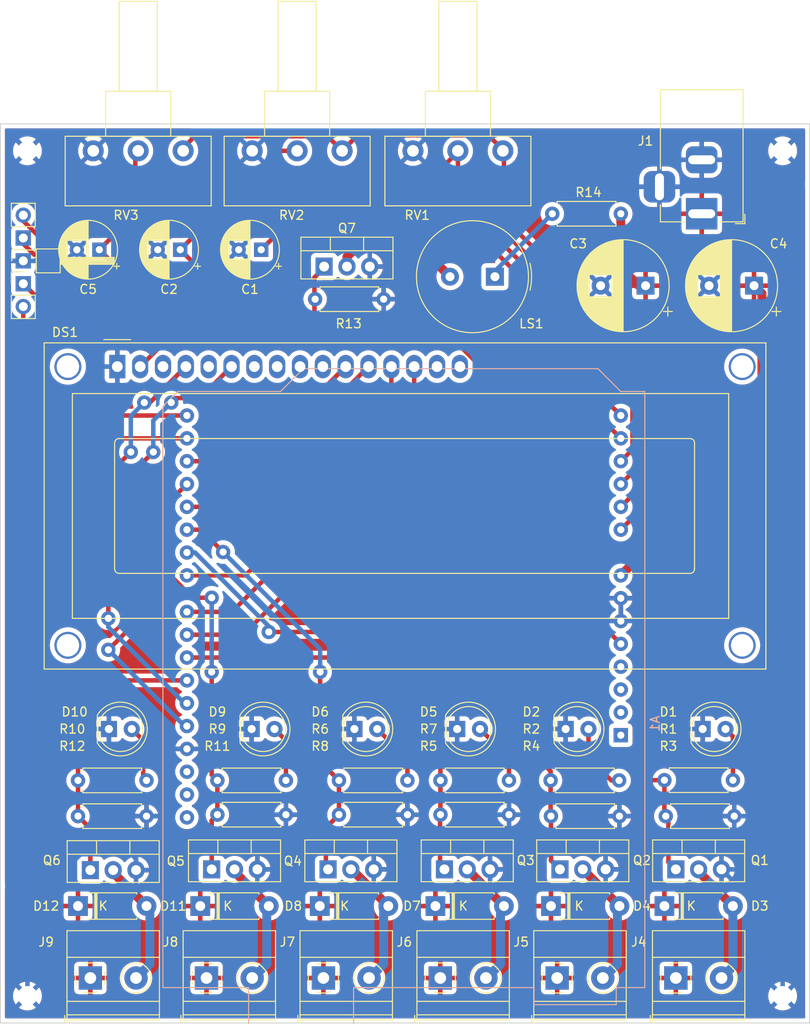
<source format=kicad_pcb>
(kicad_pcb (version 20200119) (host pcbnew "5.99.0-unknown-c7daca1~100~ubuntu18.04.1")
  (layers (0 "F.Cu" signal) (31 "B.Cu" signal hide) (34 "B.Paste" user) (35 "F.Paste" user) (36 "B.SilkS" user) (37 "F.SilkS" user) (38 "B.Mask" user) (39 "F.Mask" user) (44 "Edge.Cuts" user))
  (net 0 "")
  (net 1 "/UART_TX")
  (net 2 "/UART_RX")
  (net 3 "Net-(A1-Pad30)")
  (net 4 "Net-(A1-Pad14)")
  (net 5 "GND")
  (net 6 "Net-(A1-Pad13)")
  (net 7 "/INS_CLOSE")
  (net 8 "/LCD_RS")
  (net 9 "/POT_2")
  (net 10 "/POT_1")
  (net 11 "/POT_0")
  (net 12 "/INS_OPEN")
  (net 13 "+12V")
  (net 14 "/EXP_CLOSE")
  (net 15 "/BUZZER")
  (net 16 "/EXP_OPEN")
  (net 17 "+5V")
  (net 18 "+3V3")
  (net 19 "Net-(A1-Pad3)")
  (net 20 "Net-(A1-Pad2)")
  (net 21 "Net-(A1-Pad1)")
  (net 22 "Net-(A1-Pad31)")
  (net 23 "Net-(A1-Pad32)")
  (net 24 "Net-(D1-Pad2)")
  (net 25 "Net-(D2-Pad2)")
  (net 26 "Net-(D5-Pad2)")
  (net 27 "Net-(D6-Pad2)")
  (net 28 "Net-(D9-Pad2)")
  (net 29 "Net-(D10-Pad2)")
  (net 30 "Net-(DS1-Pad16)")
  (net 31 "Net-(DS1-Pad15)")
  (net 32 "Net-(DS1-Pad10)")
  (net 33 "Net-(DS1-Pad9)")
  (net 34 "Net-(DS1-Pad8)")
  (net 35 "Net-(DS1-Pad7)")
  (net 36 "Net-(DS1-Pad5)")
  (net 37 "Net-(DS1-Pad3)")
  (net 38 "Net-(LS1-Pad1)")
  (net 39 "/LCD_EN")
  (net 40 "/FILL_OPEN")
  (net 41 "/LCD_DIO7")
  (net 42 "/LCD_DIO6")
  (net 43 "/LCD_DIO5")
  (net 44 "/FILL_CLOSE")
  (net 45 "/LCD_DIO4")
  (net 46 "/Q1_D")
  (net 47 "/Q2_D")
  (net 48 "/Q3_D")
  (net 49 "/Q4_D")
  (net 50 "/Q5_D")
  (net 51 "/Q6_D")
  (net 52 "/Q7_D")
  (module "Connector_PinHeader_2.54mm:PinHeader_1x01_P2.54mm_Horizontal" (layer "F.Cu") (at 2.54 15.24)
    (fp_text reference "TP1" hide)
    (fp_text value "TestPoint")
    (pad "1" thru_hole rect (at 0 0) (size 1.7 1.7) (drill 1) (layers *.Cu *.Mask) (net 5 "GND"))
  )
  (module "MountingHole:MountingHole_2.2mm_M2" (layer "F.Cu") (at 87 97)
    (fp_text reference "H4" hide)
    (fp_text value "MountingHole_Pad")
    (pad "1" np_thru_hole circle (at 0 0) (size 2.2 2.2) (drill 2.2) (layers *.Cu *.Mask) (net 5 "GND"))
  )
  (module "MountingHole:MountingHole_2.2mm_M2" (layer "F.Cu") (at 3 97)
    (fp_text reference "H3" hide)
    (fp_text value "MountingHole_Pad")
    (pad "1" np_thru_hole circle (at 0 0) (size 2.2 2.2) (drill 2.2) (layers *.Cu *.Mask) (net 5 "GND"))
  )
  (module "MountingHole:MountingHole_2.2mm_M2" (layer "F.Cu") (at 87 3)
    (fp_text reference "H2" hide)
    (fp_text value "MountingHole_Pad")
    (pad "1" np_thru_hole circle (at 0 0) (size 2.2 2.2) (drill 2.2) (layers *.Cu *.Mask) (net 5 "GND"))
  )
  (module "MountingHole:MountingHole_2.2mm_M2" (layer "F.Cu") (at 3 3)
    (fp_text reference "H1" hide)
    (fp_text value "MountingHole_Pad")
    (pad "1" np_thru_hole circle (at 0 0) (size 2.2 2.2) (drill 2.2) (layers *.Cu *.Mask) (net 5 "GND"))
  )
  (module "TerminalBlock_Phoenix:TerminalBlock_Phoenix_MKDS-1,5-2-5.08_1x02_P5.08mm_Horizontal" (layer "F.Cu") (at 10 95)
    (fp_text reference "J9" (at -4.92 -4) (layer "F.SilkS"))
    (fp_text value "Conn_01x02")
    (pad "2" thru_hole circle (at 5.08 0) (size 2.6 2.6) (drill 1.3) (layers *.Cu *.Mask) (net 51 "/Q6_D"))
    (pad "1" thru_hole rect (at 0 0) (size 2.6 2.6) (drill 1.3) (layers *.Cu *.Mask) (net 13 "+12V"))
  )
  (module "TerminalBlock_Phoenix:TerminalBlock_Phoenix_MKDS-1,5-2-5.08_1x02_P5.08mm_Horizontal" (layer "F.Cu") (at 22.92 95)
    (fp_text reference "J8" (at -4 -4) (layer "F.SilkS"))
    (fp_text value "Conn_01x02")
    (pad "2" thru_hole circle (at 5.08 0) (size 2.6 2.6) (drill 1.3) (layers *.Cu *.Mask) (net 50 "/Q5_D"))
    (pad "1" thru_hole rect (at 0 0) (size 2.6 2.6) (drill 1.3) (layers *.Cu *.Mask) (net 13 "+12V"))
  )
  (module "TerminalBlock_Phoenix:TerminalBlock_Phoenix_MKDS-1,5-2-5.08_1x02_P5.08mm_Horizontal" (layer "F.Cu") (at 35.92 95)
    (fp_text reference "J7" (at -4 -4) (layer "F.SilkS"))
    (fp_text value "Conn_01x02")
    (pad "2" thru_hole circle (at 5.08 0) (size 2.6 2.6) (drill 1.3) (layers *.Cu *.Mask) (net 49 "/Q4_D"))
    (pad "1" thru_hole rect (at 0 0) (size 2.6 2.6) (drill 1.3) (layers *.Cu *.Mask) (net 13 "+12V"))
  )
  (module "TerminalBlock_Phoenix:TerminalBlock_Phoenix_MKDS-1,5-2-5.08_1x02_P5.08mm_Horizontal" (layer "F.Cu") (at 48.92 95)
    (fp_text reference "J6" (at -4 -4) (layer "F.SilkS"))
    (fp_text value "Conn_01x02")
    (pad "2" thru_hole circle (at 5.08 0) (size 2.6 2.6) (drill 1.3) (layers *.Cu *.Mask) (net 48 "/Q3_D"))
    (pad "1" thru_hole rect (at 0 0) (size 2.6 2.6) (drill 1.3) (layers *.Cu *.Mask) (net 13 "+12V"))
  )
  (module "TerminalBlock_Phoenix:TerminalBlock_Phoenix_MKDS-1,5-2-5.08_1x02_P5.08mm_Horizontal" (layer "F.Cu") (at 61.92 95)
    (fp_text reference "J5" (at -4 -4) (layer "F.SilkS"))
    (fp_text value "Conn_01x02")
    (pad "2" thru_hole circle (at 5.08 0) (size 2.6 2.6) (drill 1.3) (layers *.Cu *.Mask) (net 47 "/Q2_D"))
    (pad "1" thru_hole rect (at 0 0) (size 2.6 2.6) (drill 1.3) (layers *.Cu *.Mask) (net 13 "+12V"))
  )
  (module "TerminalBlock_Phoenix:TerminalBlock_Phoenix_MKDS-1,5-2-5.08_1x02_P5.08mm_Horizontal" (layer "F.Cu") (at 75.12 95)
    (fp_text reference "J4" (at -4.12 -4) (layer "F.SilkS"))
    (fp_text value "Conn_01x02")
    (pad "2" thru_hole circle (at 5.08 0) (size 2.6 2.6) (drill 1.3) (layers *.Cu *.Mask) (net 46 "/Q1_D"))
    (pad "1" thru_hole rect (at 0 0) (size 2.6 2.6) (drill 1.3) (layers *.Cu *.Mask) (net 13 "+12V"))
  )
  (module "Capacitor_THT:CP_Radial_D6.3mm_P2.50mm" (layer "F.Cu") (at 11 14 180)
    (fp_text reference "C5" (at 1.25 -4.4) (layer "F.SilkS"))
    (fp_text value "DNP")
    (pad "2" thru_hole circle (at 2.5 0 180) (size 1.6 1.6) (drill 0.8) (layers *.Cu *.Mask) (net 5 "GND"))
    (pad "1" thru_hole rect (at 0 0 180) (size 1.6 1.6) (drill 0.8) (layers *.Cu *.Mask) (net 9 "/POT_2"))
  )
  (module "Capacitor_THT:CP_Radial_D6.3mm_P2.50mm" (layer "F.Cu") (at 20 14 180)
    (fp_text reference "C2" (at 1.25 -4.4) (layer "F.SilkS"))
    (fp_text value "DNP")
    (pad "2" thru_hole circle (at 2.5 0 180) (size 1.6 1.6) (drill 0.8) (layers *.Cu *.Mask) (net 5 "GND"))
    (pad "1" thru_hole rect (at 0 0 180) (size 1.6 1.6) (drill 0.8) (layers *.Cu *.Mask) (net 10 "/POT_1"))
  )
  (module "Capacitor_THT:CP_Radial_D6.3mm_P2.50mm" (layer "F.Cu") (at 29 14 180)
    (fp_text reference "C1" (at 1.25 -4.4) (layer "F.SilkS"))
    (fp_text value "DNP")
    (pad "2" thru_hole circle (at 2.5 0 180) (size 1.6 1.6) (drill 0.8) (layers *.Cu *.Mask) (net 5 "GND"))
    (pad "1" thru_hole rect (at 0 0 180) (size 1.6 1.6) (drill 0.8) (layers *.Cu *.Mask) (net 11 "/POT_0"))
  )
  (module "Connector_PinHeader_2.54mm:PinHeader_1x02_P2.54mm_Vertical" (layer "F.Cu") (at 2.54 12.7 180)
    (fp_text reference "J3" hide)
    (fp_text value "Conn_01x02")
    (pad "2" thru_hole oval (at 0 2.54 180) (size 1.7 1.7) (drill 1) (layers *.Cu *.Mask) (net 4 "Net-(A1-Pad14)"))
    (pad "1" thru_hole rect (at 0 0 180) (size 1.7 1.7) (drill 1) (layers *.Cu *.Mask) (net 6 "Net-(A1-Pad13)"))
  )
  (module "Connector_PinHeader_2.54mm:PinHeader_1x02_P2.54mm_Vertical" (layer "F.Cu") (at 2.54 17.78)
    (fp_text reference "J2" hide)
    (fp_text value "Conn_01x02")
    (pad "2" thru_hole oval (at 0 2.54) (size 1.7 1.7) (drill 1) (layers *.Cu *.Mask) (net 1 "/UART_TX"))
    (pad "1" thru_hole rect (at 0 0) (size 1.7 1.7) (drill 1) (layers *.Cu *.Mask) (net 2 "/UART_RX"))
  )
  (module "Connector_BarrelJack:BarrelJack_Horizontal" (layer "F.Cu") (at 78 10 -90)
    (fp_text reference "J1" (at -8.095 6.245 180) (layer "F.SilkS"))
    (fp_text value "PJ-202A")
    (pad "3" thru_hole roundrect (at -3 4.7 270) (size 3.5 3.5) (drill oval 3 1) (layers *.Cu *.Mask) (net 5 "GND"))
    (pad "2" thru_hole roundrect (at -6 0 270) (size 3 3.5) (drill oval 1 3) (layers *.Cu *.Mask) (net 5 "GND"))
    (pad "1" thru_hole rect (at 0 0 270) (size 3.5 3.5) (drill oval 1 3) (layers *.Cu *.Mask) (net 13 "+12V"))
  )
  (module "Resistor_THT:R_Axial_DIN0207_L6.3mm_D2.5mm_P7.62mm_Horizontal" (layer "F.Cu") (at 8.625 77)
    (fp_text reference "R12" (at -0.635 -7.785) (layer "F.SilkS"))
    (fp_text value "10K")
    (pad "2" thru_hole oval (at 7.62 0) (size 1.6 1.6) (drill 0.8) (layers *.Cu *.Mask) (net 5 "GND"))
    (pad "1" thru_hole circle (at 0 0) (size 1.6 1.6) (drill 0.8) (layers *.Cu *.Mask) (net 40 "/FILL_OPEN"))
  )
  (module "Resistor_THT:R_Axial_DIN0207_L6.3mm_D2.5mm_P7.62mm_Horizontal" (layer "F.Cu") (at 16.245 73.025 180)
    (fp_text reference "R10" (at 8.255 5.715) (layer "F.SilkS"))
    (fp_text value "1K")
    (pad "2" thru_hole oval (at 7.62 0 180) (size 1.6 1.6) (drill 0.8) (layers *.Cu *.Mask) (net 40 "/FILL_OPEN"))
    (pad "1" thru_hole circle (at 0 0 180) (size 1.6 1.6) (drill 0.8) (layers *.Cu *.Mask) (net 29 "Net-(D10-Pad2)"))
  )
  (module "Package_TO_SOT_THT:TO-220-3_Vertical" (layer "F.Cu") (at 10 83)
    (fp_text reference "Q6" (at -4.285 -1.085) (layer "F.SilkS"))
    (fp_text value "IRLIZ44NPBF")
    (pad "3" thru_hole oval (at 5.08 0) (size 1.905 2) (drill 1.1) (layers *.Cu *.Mask) (net 5 "GND"))
    (pad "2" thru_hole oval (at 2.54 0) (size 1.905 2) (drill 1.1) (layers *.Cu *.Mask) (net 51 "/Q6_D"))
    (pad "1" thru_hole rect (at 0 0) (size 1.905 2) (drill 1.1) (layers *.Cu *.Mask) (net 40 "/FILL_OPEN"))
  )
  (module "Diode_THT:D_DO-41_SOD81_P7.62mm_Horizontal" (layer "F.Cu") (at 8.625 86.995)
    (fp_text reference "D12" (at -3.545 0) (layer "F.SilkS"))
    (fp_text value "1N4004")
    (fp_text user "K" (at 2.8 -0.005) (layer "F.SilkS"))
    (pad "2" thru_hole oval (at 7.62 0) (size 2.2 2.2) (drill 1.1) (layers *.Cu *.Mask) (net 51 "/Q6_D"))
    (pad "1" thru_hole rect (at 0 0) (size 2.2 2.2) (drill 1.1) (layers *.Cu *.Mask) (net 13 "+12V"))
  )
  (module "LED_THT:LED_D5.0mm" (layer "F.Cu") (at 12.065 67.31)
    (fp_text reference "D10" (at -3.81 -1.905) (layer "F.SilkS"))
    (fp_text value "LED")
    (pad "2" thru_hole circle (at 2.54 0) (size 1.8 1.8) (drill 0.9) (layers *.Cu *.Mask) (net 29 "Net-(D10-Pad2)"))
    (pad "1" thru_hole rect (at 0 0) (size 1.8 1.8) (drill 0.9) (layers *.Cu *.Mask) (net 5 "GND"))
  )
  (module "Capacitor_THT:CP_Radial_D10.0mm_P5.00mm" (layer "F.Cu") (at 83.82 18 180)
    (fp_text reference "C4" (at -2.725 4.665) (layer "F.SilkS"))
    (fp_text value "680uF 25V")
    (pad "2" thru_hole circle (at 5 0 180) (size 2 2) (drill 1) (layers *.Cu *.Mask) (net 5 "GND"))
    (pad "1" thru_hole rect (at 0 0 180) (size 2 2) (drill 1) (layers *.Cu *.Mask) (net 13 "+12V"))
  )
  (module "Capacitor_THT:CP_Radial_D10.0mm_P5.00mm" (layer "F.Cu") (at 71.755 18 180)
    (fp_text reference "C3" (at 7.5 4.665) (layer "F.SilkS"))
    (fp_text value "680uF 25V")
    (pad "2" thru_hole circle (at 5 0 180) (size 2 2) (drill 1) (layers *.Cu *.Mask) (net 5 "GND"))
    (pad "1" thru_hole rect (at 0 0 180) (size 2 2) (drill 1) (layers *.Cu *.Mask) (net 13 "+12V"))
  )
  (module "Potentiometer_THT:Potentiometer_Piher_T-16H_Single_Horizontal" (layer "F.Cu") (at 20.32 3 90)
    (fp_text reference "RV3" (at -7.16 -6.35 180) (layer "F.SilkS"))
    (fp_text value "3RP_1610N")
    (pad "1" thru_hole circle (at 0 0 90) (size 2.34 2.34) (drill 1.3) (layers *.Cu *.Mask) (net 17 "+5V"))
    (pad "2" thru_hole circle (at 0 -5 90) (size 2.34 2.34) (drill 1.3) (layers *.Cu *.Mask) (net 9 "/POT_2"))
    (pad "3" thru_hole circle (at 0 -10 90) (size 2.34 2.34) (drill 1.3) (layers *.Cu *.Mask) (net 5 "GND"))
  )
  (module "Potentiometer_THT:Potentiometer_Piher_T-16H_Single_Horizontal" (layer "F.Cu") (at 38 3 90)
    (fp_text reference "RV2" (at -7.16 -5.615 180) (layer "F.SilkS"))
    (fp_text value "3RP_1610N")
    (pad "1" thru_hole circle (at 0 0 90) (size 2.34 2.34) (drill 1.3) (layers *.Cu *.Mask) (net 17 "+5V"))
    (pad "2" thru_hole circle (at 0 -5 90) (size 2.34 2.34) (drill 1.3) (layers *.Cu *.Mask) (net 10 "/POT_1"))
    (pad "3" thru_hole circle (at 0 -10 90) (size 2.34 2.34) (drill 1.3) (layers *.Cu *.Mask) (net 5 "GND"))
  )
  (module "Potentiometer_THT:Potentiometer_Piher_T-16H_Single_Horizontal" (layer "F.Cu") (at 55.88 3 90)
    (fp_text reference "RV1" (at -7.16 -9.525 180) (layer "F.SilkS"))
    (fp_text value "3RP_1610N")
    (pad "1" thru_hole circle (at 0 0 90) (size 2.34 2.34) (drill 1.3) (layers *.Cu *.Mask) (net 17 "+5V"))
    (pad "2" thru_hole circle (at 0 -5 90) (size 2.34 2.34) (drill 1.3) (layers *.Cu *.Mask) (net 11 "/POT_0"))
    (pad "3" thru_hole circle (at 0 -10 90) (size 2.34 2.34) (drill 1.3) (layers *.Cu *.Mask) (net 5 "GND"))
  )
  (module "Resistor_THT:R_Axial_DIN0207_L6.3mm_D2.5mm_P7.62mm_Horizontal" (layer "F.Cu") (at 69 10 180)
    (fp_text reference "R14" (at 3.595 2.38) (layer "F.SilkS"))
    (fp_text value "0")
    (pad "2" thru_hole oval (at 7.62 0 180) (size 1.6 1.6) (drill 0.8) (layers *.Cu *.Mask) (net 38 "Net-(LS1-Pad1)"))
    (pad "1" thru_hole circle (at 0 0 180) (size 1.6 1.6) (drill 0.8) (layers *.Cu *.Mask) (net 13 "+12V"))
  )
  (module "Resistor_THT:R_Axial_DIN0207_L6.3mm_D2.5mm_P7.62mm_Horizontal" (layer "F.Cu") (at 35 19.5)
    (fp_text reference "R13" (at 3.735 2.725) (layer "F.SilkS"))
    (fp_text value "10K")
    (pad "2" thru_hole oval (at 7.62 0) (size 1.6 1.6) (drill 0.8) (layers *.Cu *.Mask) (net 5 "GND"))
    (pad "1" thru_hole circle (at 0 0) (size 1.6 1.6) (drill 0.8) (layers *.Cu *.Mask) (net 15 "/BUZZER"))
  )
  (module "Resistor_THT:R_Axial_DIN0207_L6.3mm_D2.5mm_P7.62mm_Horizontal" (layer "F.Cu") (at 24.13 76.835)
    (fp_text reference "R11" (at 0 -7.62) (layer "F.SilkS"))
    (fp_text value "10K")
    (pad "2" thru_hole oval (at 7.62 0) (size 1.6 1.6) (drill 0.8) (layers *.Cu *.Mask) (net 5 "GND"))
    (pad "1" thru_hole circle (at 0 0) (size 1.6 1.6) (drill 0.8) (layers *.Cu *.Mask) (net 44 "/FILL_CLOSE"))
  )
  (module "Resistor_THT:R_Axial_DIN0207_L6.3mm_D2.5mm_P7.62mm_Horizontal" (layer "F.Cu") (at 31.75 73.025 180)
    (fp_text reference "R9" (at 7.62 5.715) (layer "F.SilkS"))
    (fp_text value "1K")
    (pad "2" thru_hole oval (at 7.62 0 180) (size 1.6 1.6) (drill 0.8) (layers *.Cu *.Mask) (net 44 "/FILL_CLOSE"))
    (pad "1" thru_hole circle (at 0 0 180) (size 1.6 1.6) (drill 0.8) (layers *.Cu *.Mask) (net 28 "Net-(D9-Pad2)"))
  )
  (module "Resistor_THT:R_Axial_DIN0207_L6.3mm_D2.5mm_P7.62mm_Horizontal" (layer "F.Cu") (at 37.65 76.835)
    (fp_text reference "R8" (at -2.09 -7.62) (layer "F.SilkS"))
    (fp_text value "10K")
    (pad "2" thru_hole oval (at 7.62 0) (size 1.6 1.6) (drill 0.8) (layers *.Cu *.Mask) (net 5 "GND"))
    (pad "1" thru_hole circle (at 0 0) (size 1.6 1.6) (drill 0.8) (layers *.Cu *.Mask) (net 7 "/INS_CLOSE"))
  )
  (module "Resistor_THT:R_Axial_DIN0207_L6.3mm_D2.5mm_P7.62mm_Horizontal" (layer "F.Cu") (at 48.94 76.835)
    (fp_text reference "R7" (at -1.315 -9.525) (layer "F.SilkS"))
    (fp_text value "10K")
    (pad "2" thru_hole oval (at 7.62 0) (size 1.6 1.6) (drill 0.8) (layers *.Cu *.Mask) (net 5 "GND"))
    (pad "1" thru_hole circle (at 0 0) (size 1.6 1.6) (drill 0.8) (layers *.Cu *.Mask) (net 12 "/INS_OPEN"))
  )
  (module "Resistor_THT:R_Axial_DIN0207_L6.3mm_D2.5mm_P7.62mm_Horizontal" (layer "F.Cu") (at 45.27 73.025 180)
    (fp_text reference "R6" (at 9.71 5.715462) (layer "F.SilkS"))
    (fp_text value "1K")
    (pad "2" thru_hole oval (at 7.62 0 180) (size 1.6 1.6) (drill 0.8) (layers *.Cu *.Mask) (net 7 "/INS_CLOSE"))
    (pad "1" thru_hole circle (at 0 0 180) (size 1.6 1.6) (drill 0.8) (layers *.Cu *.Mask) (net 27 "Net-(D6-Pad2)"))
  )
  (module "Resistor_THT:R_Axial_DIN0207_L6.3mm_D2.5mm_P7.62mm_Horizontal" (layer "F.Cu") (at 56.56 73.025 180)
    (fp_text reference "R5" (at 8.935 3.81) (layer "F.SilkS"))
    (fp_text value "1K")
    (pad "2" thru_hole oval (at 7.62 0 180) (size 1.6 1.6) (drill 0.8) (layers *.Cu *.Mask) (net 12 "/INS_OPEN"))
    (pad "1" thru_hole circle (at 0 0 180) (size 1.6 1.6) (drill 0.8) (layers *.Cu *.Mask) (net 26 "Net-(D5-Pad2)"))
  )
  (module "Resistor_THT:R_Axial_DIN0207_L6.3mm_D2.5mm_P7.62mm_Horizontal" (layer "F.Cu") (at 61.23 77)
    (fp_text reference "R4" (at -2.175 -7.785) (layer "F.SilkS"))
    (fp_text value "10K")
    (pad "2" thru_hole oval (at 7.62 0) (size 1.6 1.6) (drill 0.8) (layers *.Cu *.Mask) (net 5 "GND"))
    (pad "1" thru_hole circle (at 0 0) (size 1.6 1.6) (drill 0.8) (layers *.Cu *.Mask) (net 14 "/EXP_CLOSE"))
  )
  (module "Resistor_THT:R_Axial_DIN0207_L6.3mm_D2.5mm_P7.62mm_Horizontal" (layer "F.Cu") (at 74 77)
    (fp_text reference "R3" (at 0.295 -7.785) (layer "F.SilkS"))
    (fp_text value "10K")
    (pad "2" thru_hole oval (at 7.62 0) (size 1.6 1.6) (drill 0.8) (layers *.Cu *.Mask) (net 5 "GND"))
    (pad "1" thru_hole circle (at 0 0) (size 1.6 1.6) (drill 0.8) (layers *.Cu *.Mask) (net 16 "/EXP_OPEN"))
  )
  (module "Resistor_THT:R_Axial_DIN0207_L6.3mm_D2.5mm_P7.62mm_Horizontal" (layer "F.Cu") (at 68.81 73.025 180)
    (fp_text reference "R2" (at 9.755 5.715) (layer "F.SilkS"))
    (fp_text value "1K")
    (pad "2" thru_hole oval (at 7.62 0 180) (size 1.6 1.6) (drill 0.8) (layers *.Cu *.Mask) (net 14 "/EXP_CLOSE"))
    (pad "1" thru_hole circle (at 0 0 180) (size 1.6 1.6) (drill 0.8) (layers *.Cu *.Mask) (net 25 "Net-(D2-Pad2)"))
  )
  (module "Resistor_THT:R_Axial_DIN0207_L6.3mm_D2.5mm_P7.62mm_Horizontal" (layer "F.Cu") (at 81.47 73 180)
    (fp_text reference "R1" (at 7.175 5.69) (layer "F.SilkS"))
    (fp_text value "1K")
    (pad "2" thru_hole oval (at 7.62 0 180) (size 1.6 1.6) (drill 0.8) (layers *.Cu *.Mask) (net 16 "/EXP_OPEN"))
    (pad "1" thru_hole circle (at 0 0 180) (size 1.6 1.6) (drill 0.8) (layers *.Cu *.Mask) (net 24 "Net-(D1-Pad2)"))
  )
  (module "Package_TO_SOT_THT:TO-220-3_Vertical" (layer "F.Cu") (at 36 15.875)
    (fp_text reference "Q7" (at 2.54 -4.27) (layer "F.SilkS"))
    (fp_text value "IRLIZ44NPBF")
    (pad "3" thru_hole oval (at 5.08 0) (size 1.905 2) (drill 1.1) (layers *.Cu *.Mask) (net 5 "GND"))
    (pad "2" thru_hole oval (at 2.54 0) (size 1.905 2) (drill 1.1) (layers *.Cu *.Mask) (net 52 "/Q7_D"))
    (pad "1" thru_hole rect (at 0 0) (size 1.905 2) (drill 1.1) (layers *.Cu *.Mask) (net 15 "/BUZZER"))
  )
  (module "Package_TO_SOT_THT:TO-220-3_Vertical" (layer "F.Cu") (at 23.495 82.92)
    (fp_text reference "Q5" (at -4 -0.92) (layer "F.SilkS"))
    (fp_text value "IRLIZ44NPBF")
    (pad "3" thru_hole oval (at 5.08 0) (size 1.905 2) (drill 1.1) (layers *.Cu *.Mask) (net 5 "GND"))
    (pad "2" thru_hole oval (at 2.54 0) (size 1.905 2) (drill 1.1) (layers *.Cu *.Mask) (net 50 "/Q5_D"))
    (pad "1" thru_hole rect (at 0 0) (size 1.905 2) (drill 1.1) (layers *.Cu *.Mask) (net 44 "/FILL_CLOSE"))
  )
  (module "Package_TO_SOT_THT:TO-220-3_Vertical" (layer "F.Cu") (at 36.44 82.92)
    (fp_text reference "Q4" (at -3.92 -0.92) (layer "F.SilkS"))
    (fp_text value "IRLIZ44NPBF")
    (pad "3" thru_hole oval (at 5.08 0) (size 1.905 2) (drill 1.1) (layers *.Cu *.Mask) (net 5 "GND"))
    (pad "2" thru_hole oval (at 2.54 0) (size 1.905 2) (drill 1.1) (layers *.Cu *.Mask) (net 49 "/Q4_D"))
    (pad "1" thru_hole rect (at 0 0) (size 1.905 2) (drill 1.1) (layers *.Cu *.Mask) (net 7 "/INS_CLOSE"))
  )
  (module "Package_TO_SOT_THT:TO-220-3_Vertical" (layer "F.Cu") (at 49.38 82.92)
    (fp_text reference "Q3" (at 9.04 -1.005) (layer "F.SilkS"))
    (fp_text value "IRLIZ44NPBF")
    (pad "3" thru_hole oval (at 5.08 0) (size 1.905 2) (drill 1.1) (layers *.Cu *.Mask) (net 5 "GND"))
    (pad "2" thru_hole oval (at 2.54 0) (size 1.905 2) (drill 1.1) (layers *.Cu *.Mask) (net 48 "/Q3_D"))
    (pad "1" thru_hole rect (at 0 0) (size 1.905 2) (drill 1.1) (layers *.Cu *.Mask) (net 12 "/INS_OPEN"))
  )
  (module "Package_TO_SOT_THT:TO-220-3_Vertical" (layer "F.Cu") (at 62.23 82.92)
    (fp_text reference "Q2" (at 9.12 -1.005) (layer "F.SilkS"))
    (fp_text value "IRLIZ44NPBF")
    (pad "3" thru_hole oval (at 5.08 0) (size 1.905 2) (drill 1.1) (layers *.Cu *.Mask) (net 5 "GND"))
    (pad "2" thru_hole oval (at 2.54 0) (size 1.905 2) (drill 1.1) (layers *.Cu *.Mask) (net 47 "/Q2_D"))
    (pad "1" thru_hole rect (at 0 0) (size 1.905 2) (drill 1.1) (layers *.Cu *.Mask) (net 14 "/EXP_CLOSE"))
  )
  (module "Package_TO_SOT_THT:TO-220-3_Vertical" (layer "F.Cu") (at 75.12 82.92)
    (fp_text reference "Q1" (at 9.335 -1.005) (layer "F.SilkS"))
    (fp_text value "IRLIZ44NPBF")
    (pad "3" thru_hole oval (at 5.08 0) (size 1.905 2) (drill 1.1) (layers *.Cu *.Mask) (net 5 "GND"))
    (pad "2" thru_hole oval (at 2.54 0) (size 1.905 2) (drill 1.1) (layers *.Cu *.Mask) (net 46 "/Q1_D"))
    (pad "1" thru_hole rect (at 0 0) (size 1.905 2) (drill 1.1) (layers *.Cu *.Mask) (net 16 "/EXP_OPEN"))
  )
  (module "Buzzer_Beeper:Buzzer_TDK_PS1240P02BT_D12.2mm_H6.5mm" (layer "F.Cu") (at 55 17 180)
    (fp_text reference "LS1" (at -4.055 -5.225) (layer "F.SilkS"))
    (fp_text value "KSS1201")
    (pad "2" thru_hole circle (at 5 0 180) (size 2 2) (drill 1) (layers *.Cu *.Mask) (net 52 "/Q7_D"))
    (pad "1" thru_hole rect (at 0 0 180) (size 2 2) (drill 1) (layers *.Cu *.Mask) (net 38 "Net-(LS1-Pad1)"))
  )
  (module "Display:WC1602A" (layer "F.Cu") (at 13 27)
    (fp_text reference "DS1" (at -5.82 -3.81) (layer "F.SilkS"))
    (fp_text value "WC1602A")
    (pad "" thru_hole circle (at 69.5 0) (size 3 3) (drill 2.5) (layers *.Cu *.Mask))
    (pad "" thru_hole circle (at 69.49948 31.0007) (size 3 3) (drill 2.5) (layers *.Cu *.Mask))
    (pad "" thru_hole circle (at -5.4991 31.0007) (size 3 3) (drill 2.5) (layers *.Cu *.Mask))
    (pad "" thru_hole circle (at -5.4991 0) (size 3 3) (drill 2.5) (layers *.Cu *.Mask))
    (pad "16" thru_hole oval (at 38.1 0) (size 1.8 2.6) (drill 1.2) (layers *.Cu *.Mask) (net 30 "Net-(DS1-Pad16)"))
    (pad "15" thru_hole oval (at 35.56 0) (size 1.8 2.6) (drill 1.2) (layers *.Cu *.Mask) (net 31 "Net-(DS1-Pad15)"))
    (pad "14" thru_hole oval (at 33.02 0) (size 1.8 2.6) (drill 1.2) (layers *.Cu *.Mask) (net 41 "/LCD_DIO7"))
    (pad "13" thru_hole oval (at 30.48 0) (size 1.8 2.6) (drill 1.2) (layers *.Cu *.Mask) (net 42 "/LCD_DIO6"))
    (pad "12" thru_hole oval (at 27.94 0) (size 1.8 2.6) (drill 1.2) (layers *.Cu *.Mask) (net 43 "/LCD_DIO5"))
    (pad "11" thru_hole oval (at 25.4 0) (size 1.8 2.6) (drill 1.2) (layers *.Cu *.Mask) (net 45 "/LCD_DIO4"))
    (pad "10" thru_hole oval (at 22.86 0) (size 1.8 2.6) (drill 1.2) (layers *.Cu *.Mask) (net 32 "Net-(DS1-Pad10)"))
    (pad "9" thru_hole oval (at 20.32 0) (size 1.8 2.6) (drill 1.2) (layers *.Cu *.Mask) (net 33 "Net-(DS1-Pad9)"))
    (pad "8" thru_hole oval (at 17.78 0) (size 1.8 2.6) (drill 1.2) (layers *.Cu *.Mask) (net 34 "Net-(DS1-Pad8)"))
    (pad "7" thru_hole oval (at 15.24 0) (size 1.8 2.6) (drill 1.2) (layers *.Cu *.Mask) (net 35 "Net-(DS1-Pad7)"))
    (pad "6" thru_hole oval (at 12.7 0) (size 1.8 2.6) (drill 1.2) (layers *.Cu *.Mask) (net 39 "/LCD_EN"))
    (pad "5" thru_hole oval (at 10.16 0) (size 1.8 2.6) (drill 1.2) (layers *.Cu *.Mask) (net 36 "Net-(DS1-Pad5)"))
    (pad "4" thru_hole oval (at 7.62 0) (size 1.8 2.6) (drill 1.2) (layers *.Cu *.Mask) (net 8 "/LCD_RS"))
    (pad "3" thru_hole oval (at 5.08 0) (size 1.8 2.6) (drill 1.2) (layers *.Cu *.Mask) (net 37 "Net-(DS1-Pad3)"))
    (pad "2" thru_hole oval (at 2.54 0) (size 1.8 2.6) (drill 1.2) (layers *.Cu *.Mask) (net 17 "+5V"))
    (pad "1" thru_hole rect (at 0 0) (size 1.8 2.6) (drill 1.2) (layers *.Cu *.Mask) (net 5 "GND"))
  )
  (module "Diode_THT:D_DO-41_SOD81_P7.62mm_Horizontal" (layer "F.Cu") (at 22.225 87)
    (fp_text reference "D11" (at -3 0) (layer "F.SilkS"))
    (fp_text value "1N4004")
    (fp_text user "K" (at 3.065 -0.005) (layer "F.SilkS"))
    (pad "2" thru_hole oval (at 7.62 0) (size 2.2 2.2) (drill 1.1) (layers *.Cu *.Mask) (net 50 "/Q5_D"))
    (pad "1" thru_hole rect (at 0 0) (size 2.2 2.2) (drill 1.1) (layers *.Cu *.Mask) (net 13 "+12V"))
  )
  (module "LED_THT:LED_D5.0mm" (layer "F.Cu") (at 27.94 67.31)
    (fp_text reference "D9" (at -3.81 -1.905) (layer "F.SilkS"))
    (fp_text value "LED")
    (pad "2" thru_hole circle (at 2.54 0) (size 1.8 1.8) (drill 0.9) (layers *.Cu *.Mask) (net 28 "Net-(D9-Pad2)"))
    (pad "1" thru_hole rect (at 0 0) (size 1.8 1.8) (drill 0.9) (layers *.Cu *.Mask) (net 5 "GND"))
  )
  (module "Diode_THT:D_DO-41_SOD81_P7.62mm_Horizontal" (layer "F.Cu") (at 35.52 87)
    (fp_text reference "D8" (at -2.95 0) (layer "F.SilkS"))
    (fp_text value "1N4004")
    (fp_text user "K" (at 2.765 -0.005) (layer "F.SilkS"))
    (pad "2" thru_hole oval (at 7.62 0) (size 2.2 2.2) (drill 1.1) (layers *.Cu *.Mask) (net 49 "/Q4_D"))
    (pad "1" thru_hole rect (at 0 0) (size 2.2 2.2) (drill 1.1) (layers *.Cu *.Mask) (net 13 "+12V"))
  )
  (module "Diode_THT:D_DO-41_SOD81_P7.62mm_Horizontal" (layer "F.Cu") (at 48.38 87)
    (fp_text reference "D7" (at -2.615 0) (layer "F.SilkS"))
    (fp_text value "1N4004")
    (fp_text user "K" (at 3.1 -0.005) (layer "F.SilkS"))
    (pad "2" thru_hole oval (at 7.62 0) (size 2.2 2.2) (drill 1.1) (layers *.Cu *.Mask) (net 48 "/Q3_D"))
    (pad "1" thru_hole rect (at 0 0) (size 2.2 2.2) (drill 1.1) (layers *.Cu *.Mask) (net 13 "+12V"))
  )
  (module "LED_THT:LED_D5.0mm" (layer "F.Cu") (at 39.37 67.31)
    (fp_text reference "D6" (at -3.81 -1.905) (layer "F.SilkS"))
    (fp_text value "LED")
    (pad "2" thru_hole circle (at 2.54 0) (size 1.8 1.8) (drill 0.9) (layers *.Cu *.Mask) (net 27 "Net-(D6-Pad2)"))
    (pad "1" thru_hole rect (at 0 0) (size 1.8 1.8) (drill 0.9) (layers *.Cu *.Mask) (net 5 "GND"))
  )
  (module "LED_THT:LED_D5.0mm" (layer "F.Cu") (at 50.8 67.31)
    (fp_text reference "D5" (at -3.175 -1.905) (layer "F.SilkS"))
    (fp_text value "LED")
    (pad "2" thru_hole circle (at 2.54 0) (size 1.8 1.8) (drill 0.9) (layers *.Cu *.Mask) (net 26 "Net-(D5-Pad2)"))
    (pad "1" thru_hole rect (at 0 0) (size 1.8 1.8) (drill 0.9) (layers *.Cu *.Mask) (net 5 "GND"))
  )
  (module "Diode_THT:D_DO-41_SOD81_P7.62mm_Horizontal" (layer "F.Cu") (at 61.23 87)
    (fp_text reference "D4" (at 10.12 -0.005) (layer "F.SilkS"))
    (fp_text value "1N4004")
    (fp_text user "K" (at 3.135 -0.005) (layer "F.SilkS"))
    (pad "2" thru_hole oval (at 7.62 0) (size 2.2 2.2) (drill 1.1) (layers *.Cu *.Mask) (net 47 "/Q2_D"))
    (pad "1" thru_hole rect (at 0 0) (size 2.2 2.2) (drill 1.1) (layers *.Cu *.Mask) (net 13 "+12V"))
  )
  (module "Diode_THT:D_DO-41_SOD81_P7.62mm_Horizontal" (layer "F.Cu") (at 73.85 87)
    (fp_text reference "D3" (at 10.605 -0.005) (layer "F.SilkS"))
    (fp_text value "1N4004")
    (fp_text user "K" (at 2.985 -0.005) (layer "F.SilkS"))
    (pad "2" thru_hole oval (at 7.62 0) (size 2.2 2.2) (drill 1.1) (layers *.Cu *.Mask) (net 46 "/Q1_D"))
    (pad "1" thru_hole rect (at 0 0) (size 2.2 2.2) (drill 1.1) (layers *.Cu *.Mask) (net 13 "+12V"))
  )
  (module "LED_THT:LED_D5.0mm" (layer "F.Cu") (at 62.865 67.31)
    (fp_text reference "D2" (at -3.81 -1.905) (layer "F.SilkS"))
    (fp_text value "LED")
    (pad "2" thru_hole circle (at 2.54 0) (size 1.8 1.8) (drill 0.9) (layers *.Cu *.Mask) (net 25 "Net-(D2-Pad2)"))
    (pad "1" thru_hole rect (at 0 0) (size 1.8 1.8) (drill 0.9) (layers *.Cu *.Mask) (net 5 "GND"))
  )
  (module "LED_THT:LED_D5.0mm" (layer "F.Cu") (at 78.105 67.31)
    (fp_text reference "D1" (at -3.81 -1.905) (layer "F.SilkS"))
    (fp_text value "LED")
    (pad "2" thru_hole circle (at 2.54 0) (size 1.8 1.8) (drill 0.9) (layers *.Cu *.Mask) (net 24 "Net-(D1-Pad2)"))
    (pad "1" thru_hole rect (at 0 0) (size 1.8 1.8) (drill 0.9) (layers *.Cu *.Mask) (net 5 "GND"))
  )
  (module "Module:Arduino_UNO_R3" (layer "B.Cu") (at 69 68 90)
    (fp_text reference "A1" (at 1.27 3.81 270) (layer "B.SilkS") (effects (justify mirror)))
    (fp_text value "Arduino_UNO_R3")
    (pad "16" thru_hole oval (at 33.02 -48.26) (size 1.6 1.6) (drill 0.8) (layers *.Cu *.Mask) (net 1 "/UART_TX"))
    (pad "15" thru_hole oval (at 35.56 -48.26) (size 1.6 1.6) (drill 0.8) (layers *.Cu *.Mask) (net 2 "/UART_RX"))
    (pad "30" thru_hole oval (at -4.06 -48.26) (size 1.6 1.6) (drill 0.8) (layers *.Cu *.Mask) (net 3 "Net-(A1-Pad30)"))
    (pad "14" thru_hole oval (at 35.56 0) (size 1.6 1.6) (drill 0.8) (layers *.Cu *.Mask) (net 4 "Net-(A1-Pad14)"))
    (pad "29" thru_hole oval (at -1.52 -48.26) (size 1.6 1.6) (drill 0.8) (layers *.Cu *.Mask) (net 5 "GND"))
    (pad "13" thru_hole oval (at 33.02 0) (size 1.6 1.6) (drill 0.8) (layers *.Cu *.Mask) (net 6 "Net-(A1-Pad13)"))
    (pad "28" thru_hole oval (at 1.02 -48.26) (size 1.6 1.6) (drill 0.8) (layers *.Cu *.Mask) (net 39 "/LCD_EN"))
    (pad "12" thru_hole oval (at 30.48 0) (size 1.6 1.6) (drill 0.8) (layers *.Cu *.Mask) (net 15 "/BUZZER"))
    (pad "27" thru_hole oval (at 3.56 -48.26) (size 1.6 1.6) (drill 0.8) (layers *.Cu *.Mask) (net 8 "/LCD_RS"))
    (pad "11" thru_hole oval (at 27.94 0) (size 1.6 1.6) (drill 0.8) (layers *.Cu *.Mask) (net 9 "/POT_2"))
    (pad "26" thru_hole oval (at 6.1 -48.26) (size 1.6 1.6) (drill 0.8) (layers *.Cu *.Mask) (net 40 "/FILL_OPEN"))
    (pad "10" thru_hole oval (at 25.4 0) (size 1.6 1.6) (drill 0.8) (layers *.Cu *.Mask) (net 10 "/POT_1"))
    (pad "25" thru_hole oval (at 8.64 -48.26) (size 1.6 1.6) (drill 0.8) (layers *.Cu *.Mask) (net 12 "/INS_OPEN"))
    (pad "9" thru_hole oval (at 22.86 0) (size 1.6 1.6) (drill 0.8) (layers *.Cu *.Mask) (net 11 "/POT_0"))
    (pad "24" thru_hole oval (at 11.18 -48.26) (size 1.6 1.6) (drill 0.8) (layers *.Cu *.Mask) (net 16 "/EXP_OPEN"))
    (pad "8" thru_hole oval (at 17.78 0) (size 1.6 1.6) (drill 0.8) (layers *.Cu *.Mask) (net 13 "+12V"))
    (pad "23" thru_hole oval (at 13.72 -48.26) (size 1.6 1.6) (drill 0.8) (layers *.Cu *.Mask) (net 41 "/LCD_DIO7"))
    (pad "7" thru_hole oval (at 15.24 0) (size 1.6 1.6) (drill 0.8) (layers *.Cu *.Mask) (net 5 "GND"))
    (pad "22" thru_hole oval (at 17.78 -48.26) (size 1.6 1.6) (drill 0.8) (layers *.Cu *.Mask) (net 42 "/LCD_DIO6"))
    (pad "6" thru_hole oval (at 12.7 0) (size 1.6 1.6) (drill 0.8) (layers *.Cu *.Mask) (net 5 "GND"))
    (pad "21" thru_hole oval (at 20.32 -48.26) (size 1.6 1.6) (drill 0.8) (layers *.Cu *.Mask) (net 14 "/EXP_CLOSE"))
    (pad "5" thru_hole oval (at 10.16 0) (size 1.6 1.6) (drill 0.8) (layers *.Cu *.Mask) (net 17 "+5V"))
    (pad "20" thru_hole oval (at 22.86 -48.26) (size 1.6 1.6) (drill 0.8) (layers *.Cu *.Mask) (net 7 "/INS_CLOSE"))
    (pad "4" thru_hole oval (at 7.62 0) (size 1.6 1.6) (drill 0.8) (layers *.Cu *.Mask) (net 18 "+3V3"))
    (pad "19" thru_hole oval (at 25.4 -48.26) (size 1.6 1.6) (drill 0.8) (layers *.Cu *.Mask) (net 43 "/LCD_DIO5"))
    (pad "3" thru_hole oval (at 5.08 0) (size 1.6 1.6) (drill 0.8) (layers *.Cu *.Mask) (net 19 "Net-(A1-Pad3)"))
    (pad "18" thru_hole oval (at 27.94 -48.26) (size 1.6 1.6) (drill 0.8) (layers *.Cu *.Mask) (net 44 "/FILL_CLOSE"))
    (pad "2" thru_hole oval (at 2.54 0) (size 1.6 1.6) (drill 0.8) (layers *.Cu *.Mask) (net 20 "Net-(A1-Pad2)"))
    (pad "17" thru_hole oval (at 30.48 -48.26) (size 1.6 1.6) (drill 0.8) (layers *.Cu *.Mask) (net 45 "/LCD_DIO4"))
    (pad "1" thru_hole rect (at 0 0) (size 1.6 1.6) (drill 0.8) (layers *.Cu *.Mask) (net 21 "Net-(A1-Pad1)"))
    (pad "31" thru_hole oval (at -6.6 -48.26) (size 1.6 1.6) (drill 0.8) (layers *.Cu *.Mask) (net 22 "Net-(A1-Pad31)"))
    (pad "32" thru_hole oval (at -9.14 -48.26) (size 1.6 1.6) (drill 0.8) (layers *.Cu *.Mask) (net 23 "Net-(A1-Pad32)"))
  )
  (gr_line (start 90 0) (end 0 0) (layer "Edge.Cuts") (width 0.1))
  (gr_line (start 90 100) (end 90 0) (layer "Edge.Cuts") (width 0.1))
  (gr_line (start 0 100) (end 90 100) (layer "Edge.Cuts") (width 0.1))
  (gr_line (start 0 0) (end 0 100) (layer "Edge.Cuts") (width 0.1))
  (segment (start 46.335 13.335) (end 40.005 13.335) (width 1) (layer "F.Cu") (net 52))
  (segment (start 40.005 13.335) (end 38.54 14.8) (width 1) (layer "F.Cu") (net 52))
  (segment (start 38.54 14.8) (end 38.54 16) (width 1) (layer "F.Cu") (net 52))
  (segment (start 50 17) (end 46.335 13.335) (width 1) (layer "F.Cu") (net 52))
  (segment (start 29.099974 19.5) (end 16.5 19.5) (width 0.5) (layer "F.Cu") (net 9))
  (segment (start 36.534974 12.065) (end 29.099974 19.5) (width 0.5) (layer "F.Cu") (net 9))
  (segment (start 71.5 37.56) (end 71.5 30.689998) (width 0.5) (layer "F.Cu") (net 9))
  (segment (start 71.5 30.689998) (end 52.875002 12.065) (width 0.5) (layer "F.Cu") (net 9))
  (segment (start 52.875002 12.065) (end 36.534974 12.065) (width 0.5) (layer "F.Cu") (net 9))
  (segment (start 69 40.06) (end 71.5 37.56) (width 0.5) (layer "F.Cu") (net 9))
  (segment (start 16.5 19.5) (end 11 14) (width 0.5) (layer "F.Cu") (net 9))
  (segment (start 35.205 10.795) (end 28.000063 17.999937) (width 0.5) (layer "F.Cu") (net 10))
  (segment (start 53.295 10.795) (end 35.205 10.795) (width 0.5) (layer "F.Cu") (net 10))
  (segment (start 72.700011 30.200011) (end 53.295 10.795) (width 0.5) (layer "F.Cu") (net 10))
  (segment (start 28.000063 17.999937) (end 23.999937 17.999937) (width 0.5) (layer "F.Cu") (net 10))
  (segment (start 69 42.6) (end 72.700011 38.899989) (width 0.5) (layer "F.Cu") (net 10))
  (segment (start 72.700011 38.899989) (end 72.700011 30.200011) (width 0.5) (layer "F.Cu") (net 10))
  (segment (start 23.999937 17.999937) (end 20 14) (width 0.5) (layer "F.Cu") (net 10))
  (segment (start 44.475 9.525) (end 33.475 9.525) (width 0.5) (layer "F.Cu") (net 11))
  (segment (start 33.475 9.525) (end 29 14) (width 0.5) (layer "F.Cu") (net 11))
  (segment (start 51 3) (end 44.475 9.525) (width 0.5) (layer "F.Cu") (net 11))
  (segment (start 67.31 65.31) (end 53.749998 51.749998) (width 0.5) (layer "F.Cu") (net 16))
  (segment (start 53.749998 51.749998) (end 32.070002 51.749998) (width 0.5) (layer "F.Cu") (net 16))
  (segment (start 67.31 69.215) (end 67.31 65.31) (width 0.5) (layer "F.Cu") (net 16))
  (segment (start 27 56.82) (end 20.74 56.82) (width 0.5) (layer "F.Cu") (net 16))
  (segment (start 73.85 73) (end 71.095 73) (width 0.5) (layer "F.Cu") (net 16))
  (segment (start 32.070002 51.749998) (end 27 56.82) (width 0.5) (layer "F.Cu") (net 16))
  (segment (start 71.095 73) (end 67.31 69.215) (width 0.5) (layer "F.Cu") (net 16))
  (segment (start 61.19 71.985) (end 45.72 56.515) (width 0.5) (layer "F.Cu") (net 14))
  (segment (start 61.19 73.025) (end 61.19 71.985) (width 0.5) (layer "F.Cu") (net 14))
  (segment (start 45.72 56.515) (end 29.845 56.515) (width 0.5) (layer "F.Cu") (net 14))
  (segment (start 84.700001 34.519999) (end 84.700001 18.880001) (width 1) (layer "F.Cu") (net 13))
  (segment (start 69 50.22) (end 84.700001 34.519999) (width 1) (layer "F.Cu") (net 13))
  (segment (start 84.700001 18.880001) (end 83.82 18) (width 1) (layer "F.Cu") (net 13))
  (segment (start 20.525 64.5) (end 12 55.975) (width 0.5) (layer "B.Cu") (net 8))
  (segment (start 21 64.5) (end 20.525 64.5) (width 0.5) (layer "B.Cu") (net 8))
  (segment (start 12 55.975) (end 12 55) (width 0.5) (layer "B.Cu") (net 8))
  (segment (start 12.395 61.9) (end 8.625 65.67) (width 0.5) (layer "F.Cu") (net 40))
  (segment (start 20.74 61.9) (end 12.395 61.9) (width 0.5) (layer "F.Cu") (net 40))
  (segment (start 8.625 65.67) (end 8.625 73.025) (width 0.5) (layer "F.Cu") (net 40))
  (segment (start 21.645 47.68) (end 29.845 55.88) (width 0.5) (layer "B.Cu") (net 14))
  (segment (start 20.74 47.68) (end 21.645 47.68) (width 0.5) (layer "B.Cu") (net 14))
  (segment (start 29.845 55.88) (end 29.845 56.515) (width 0.5) (layer "B.Cu") (net 14))
  (segment (start 20.74 40.06) (end 17.78 43.02) (width 0.5) (layer "F.Cu") (net 44))
  (segment (start 23.495 52.705) (end 23.495 60.96) (width 0.5) (layer "B.Cu") (net 44))
  (via (at 23.495 52.705) (size 1.6) (drill 0.8) (layers "F.Cu" "B.Cu") (net 44))
  (segment (start 17.78 49.110002) (end 21.374998 52.705) (width 0.5) (layer "F.Cu") (net 44))
  (segment (start 21.374998 52.705) (end 23.495 52.705) (width 0.5) (layer "F.Cu") (net 44))
  (segment (start 17.78 43.02) (end 17.78 49.110002) (width 0.5) (layer "F.Cu") (net 44))
  (via (at 23.495 60.96) (size 1.6) (drill 0.8) (layers "F.Cu" "B.Cu") (net 44))
  (segment (start 23.495 60.96) (end 23.495 72.39) (width 0.5) (layer "F.Cu") (net 44))
  (segment (start 23.495 72.39) (end 24.13 73.025) (width 0.5) (layer "F.Cu") (net 44))
  (segment (start 24.765 47.625) (end 22.28 45.14) (width 0.5) (layer "F.Cu") (net 7))
  (segment (start 22.28 45.14) (end 20.74 45.14) (width 0.5) (layer "F.Cu") (net 7))
  (via (at 24.765 47.625) (size 1.6) (drill 0.8) (layers "F.Cu" "B.Cu") (net 7))
  (segment (start 35.56 58.42) (end 24.765 47.625) (width 0.5) (layer "B.Cu") (net 7))
  (segment (start 35.56 60.96) (end 35.56 58.42) (width 0.5) (layer "B.Cu") (net 7))
  (segment (start 37.65 73.025) (end 35.56 70.935) (width 0.5) (layer "F.Cu") (net 7))
  (segment (start 35.56 70.935) (end 35.56 60.96) (width 0.5) (layer "F.Cu") (net 7))
  (via (at 35.56 60.96) (size 1.6) (drill 0.8) (layers "F.Cu" "B.Cu") (net 7))
  (segment (start 43.48 33.99) (end 27.25 50.22) (width 0.5) (layer "F.Cu") (net 42))
  (segment (start 43.48 27) (end 43.48 33.99) (width 0.5) (layer "F.Cu") (net 42))
  (segment (start 27.25 50.22) (end 20.74 50.22) (width 0.5) (layer "F.Cu") (net 42))
  (via (at 29.845 56.515) (size 1.6) (drill 0.8) (layers "F.Cu" "B.Cu") (net 14))
  (segment (start 46.02 33.99) (end 25.73 54.28) (width 0.5) (layer "F.Cu") (net 41))
  (segment (start 46.02 27) (end 46.02 33.99) (width 0.5) (layer "F.Cu") (net 41))
  (segment (start 25.73 54.28) (end 20.74 54.28) (width 0.5) (layer "F.Cu") (net 41))
  (segment (start 48.94 67.99) (end 40.31 59.36) (width 0.5) (layer "F.Cu") (net 12))
  (segment (start 48.94 73.025) (end 48.94 67.99) (width 0.5) (layer "F.Cu") (net 12))
  (segment (start 40.31 59.36) (end 20.74 59.36) (width 0.5) (layer "F.Cu") (net 12))
  (segment (start 15.875 68.58) (end 15.875 72.655) (width 0.5) (layer "F.Cu") (net 29))
  (segment (start 14.605 67.31) (end 15.875 68.58) (width 0.5) (layer "F.Cu") (net 29))
  (segment (start 15.875 72.655) (end 16.245 73.025) (width 0.5) (layer "F.Cu") (net 29))
  (segment (start 30.48 67.31) (end 31.75 68.58) (width 0.5) (layer "F.Cu") (net 28))
  (segment (start 31.75 68.58) (end 31.75 73.025) (width 0.5) (layer "F.Cu") (net 28))
  (segment (start 53.34 67.31) (end 56.56 70.53) (width 0.5) (layer "F.Cu") (net 26))
  (segment (start 56.56 70.53) (end 56.56 73.025) (width 0.5) (layer "F.Cu") (net 26))
  (segment (start 41.91 67.31) (end 45.27 70.67) (width 0.5) (layer "F.Cu") (net 27))
  (segment (start 45.27 70.67) (end 45.27 73.025) (width 0.5) (layer "F.Cu") (net 27))
  (segment (start 67.945 73.025) (end 65.405 70.485) (width 0.5) (layer "F.Cu") (net 25))
  (segment (start 68.81 73.025) (end 67.945 73.025) (width 0.5) (layer "F.Cu") (net 25))
  (segment (start 65.405 70.485) (end 65.405 67.31) (width 0.5) (layer "F.Cu") (net 25))
  (segment (start 81.47 73) (end 81.47 68.135) (width 0.5) (layer "F.Cu") (net 24))
  (segment (start 81.47 68.135) (end 80.645 67.31) (width 0.5) (layer "F.Cu") (net 24))
  (segment (start 74.295 82.095) (end 74.295 77.295) (width 0.5) (layer "F.Cu") (net 16))
  (segment (start 75.12 82.92) (end 74.295 82.095) (width 0.5) (layer "F.Cu") (net 16))
  (segment (start 74.295 77.295) (end 74 77) (width 0.5) (layer "F.Cu") (net 16))
  (segment (start 73.85 73) (end 73.85 76.85) (width 0.5) (layer "F.Cu") (net 16))
  (segment (start 73.85 76.85) (end 74 77) (width 0.5) (layer "F.Cu") (net 16))
  (segment (start 61.23 77) (end 61.23 81.92) (width 0.5) (layer "F.Cu") (net 14))
  (segment (start 61.23 81.92) (end 62.23 82.92) (width 0.5) (layer "F.Cu") (net 14))
  (segment (start 61.19 73.025) (end 61.19 76.96) (width 0.5) (layer "F.Cu") (net 14))
  (segment (start 61.19 76.96) (end 61.23 77) (width 0.5) (layer "F.Cu") (net 14))
  (segment (start 48.895 82.435) (end 48.895 76.88) (width 0.5) (layer "F.Cu") (net 12))
  (segment (start 49.38 82.92) (end 48.895 82.435) (width 0.5) (layer "F.Cu") (net 12))
  (segment (start 48.895 76.88) (end 48.94 76.835) (width 0.5) (layer "F.Cu") (net 12))
  (segment (start 48.94 73.025) (end 48.94 76.835) (width 0.5) (layer "F.Cu") (net 12))
  (segment (start 36.195 78.29) (end 36.195 82.675) (width 0.5) (layer "F.Cu") (net 7))
  (segment (start 37.65 76.835) (end 36.195 78.29) (width 0.5) (layer "F.Cu") (net 7))
  (segment (start 36.195 82.675) (end 36.44 82.92) (width 0.5) (layer "F.Cu") (net 7))
  (segment (start 37.65 73.025) (end 37.65 76.835) (width 0.5) (layer "F.Cu") (net 7))
  (via (at 12 58.5) (size 1.6) (drill 0.8) (layers "F.Cu" "B.Cu") (net 39))
  (segment (start 24.13 73.025) (end 24.13 76.835) (width 0.5) (layer "F.Cu") (net 44))
  (segment (start 23.495 82.92) (end 23.495 77.47) (width 0.5) (layer "F.Cu") (net 44))
  (segment (start 23.495 77.47) (end 24.13 76.835) (width 0.5) (layer "F.Cu") (net 44))
  (segment (start 8.625 73.025) (end 8.625 77) (width 0.5) (layer "F.Cu") (net 40))
  (segment (start 10 83) (end 10 78.375) (width 0.5) (layer "F.Cu") (net 40))
  (segment (start 10 78.375) (end 8.625 77) (width 0.5) (layer "F.Cu") (net 40))
  (segment (start 77.66 82.92) (end 77.66 83.19) (width 1) (layer "F.Cu") (net 46))
  (segment (start 77.66 83.19) (end 81.47 87) (width 1) (layer "F.Cu") (net 46))
  (segment (start 64.77 82.92) (end 68.85 87) (width 1) (layer "F.Cu") (net 47))
  (segment (start 51.92 82.92) (end 56 87) (width 1) (layer "F.Cu") (net 48))
  (segment (start 38.98 82.92) (end 39.06 82.92) (width 1) (layer "F.Cu") (net 49))
  (segment (start 39.06 82.92) (end 43.14 87) (width 1) (layer "F.Cu") (net 49))
  (segment (start 26.035 82.92) (end 26.035 83.19) (width 1) (layer "F.Cu") (net 50))
  (segment (start 26.035 83.19) (end 29.845 87) (width 1) (layer "F.Cu") (net 50))
  (segment (start 12.54 83) (end 12.54 83.29) (width 1) (layer "F.Cu") (net 51))
  (segment (start 12.54 83.29) (end 16.245 86.995) (width 1) (layer "F.Cu") (net 51))
  (segment (start 16.62 87) (end 16.62 93.46) (width 1) (layer "B.Cu") (net 51))
  (segment (start 16.62 93.46) (end 15.08 95) (width 1) (layer "B.Cu") (net 51))
  (segment (start 29.62 87) (end 29.62 93.46) (width 1) (layer "B.Cu") (net 50))
  (segment (start 29.62 93.46) (end 28.08 95) (width 1) (layer "B.Cu") (net 50))
  (segment (start 42.62 87) (end 42.62 93.46) (width 1) (layer "B.Cu") (net 49))
  (segment (start 42.62 93.46) (end 41.08 95) (width 1) (layer "B.Cu") (net 49))
  (segment (start 55.62 87) (end 55.62 93.46) (width 1) (layer "B.Cu") (net 48))
  (segment (start 55.62 93.46) (end 54.08 95) (width 1) (layer "B.Cu") (net 48))
  (segment (start 68.62 87) (end 68.62 93.46) (width 1) (layer "B.Cu") (net 47))
  (segment (start 68.62 93.46) (end 67.08 95) (width 1) (layer "B.Cu") (net 47))
  (segment (start 81.47 87) (end 81.47 93.73) (width 1) (layer "B.Cu") (net 46))
  (segment (start 81.47 93.73) (end 80.2 95) (width 1) (layer "B.Cu") (net 46))
  (segment (start 15 10) (end 11 14) (width 0.5) (layer "F.Cu") (net 9))
  (segment (start 15 3) (end 15 10) (width 0.5) (layer "F.Cu") (net 9))
  (segment (start 31 3) (end 20 14) (width 0.5) (layer "F.Cu") (net 10))
  (segment (start 33 3) (end 31 3) (width 0.5) (layer "F.Cu") (net 10))
  (segment (start 27.88 37.52) (end 20.74 37.52) (width 0.5) (layer "F.Cu") (net 45))
  (segment (start 38.4 27) (end 27.88 37.52) (width 0.5) (layer "F.Cu") (net 45))
  (segment (start 25.34 42.6) (end 20.74 42.6) (width 0.5) (layer "F.Cu") (net 43))
  (segment (start 40.94 27) (end 25.34 42.6) (width 0.5) (layer "F.Cu") (net 43))
  (segment (start 36.379999 1.379999) (end 38 3) (width 0.5) (layer "F.Cu") (net 17))
  (segment (start 21.620001 1.379999) (end 36.379999 1.379999) (width 0.5) (layer "F.Cu") (net 17))
  (segment (start 20 3) (end 21.620001 1.379999) (width 0.5) (layer "F.Cu") (net 17))
  (segment (start 9.512498 80.645) (end 3 87.157498) (width 0.5) (layer "B.Cu") (net 5))
  (segment (start 13.97 80.645) (end 9.512498 80.645) (width 0.5) (layer "B.Cu") (net 5))
  (segment (start 15.08 82.92) (end 15.08 81.755) (width 0.5) (layer "B.Cu") (net 5))
  (segment (start 3 87.157498) (end 3 97) (width 0.5) (layer "B.Cu") (net 5))
  (segment (start 15.08 81.755) (end 13.97 80.645) (width 0.5) (layer "B.Cu") (net 5))
  (segment (start 20.685 40.005) (end 20.74 40.06) (width 0.5) (layer "B.Cu") (net 44))
  (segment (start 2.54 26.67) (end 2.54 20.32) (width 0.5) (layer "F.Cu") (net 1))
  (segment (start 20.74 34.98) (end 10.85 34.98) (width 0.5) (layer "F.Cu") (net 1))
  (segment (start 10.85 34.98) (end 2.54 26.67) (width 0.5) (layer "F.Cu") (net 1))
  (segment (start 10.795 26.035) (end 2.54 17.78) (width 0.5) (layer "F.Cu") (net 2))
  (segment (start 10.795 29.845) (end 10.795 26.035) (width 0.5) (layer "F.Cu") (net 2))
  (segment (start 20.74 32.44) (end 13.39 32.44) (width 0.5) (layer "F.Cu") (net 2))
  (segment (start 13.39 32.44) (end 10.795 29.845) (width 0.5) (layer "F.Cu") (net 2))
  (segment (start 66.675 55.515) (end 69 57.84) (width 0.5) (layer "F.Cu") (net 17))
  (segment (start 69 16) (end 71 18) (width 1) (layer "F.Cu") (net 13))
  (segment (start 69 10) (end 69 16) (width 1) (layer "F.Cu") (net 13))
  (segment (start 55 16.38) (end 61.38 10) (width 0.5) (layer "B.Cu") (net 38))
  (segment (start 55 17) (end 55 16.38) (width 0.5) (layer "B.Cu") (net 38))
  (segment (start 74 30) (end 50.88 6.88) (width 0.5) (layer "F.Cu") (net 11))
  (segment (start 69 45.14) (end 74 40.14) (width 0.5) (layer "F.Cu") (net 11))
  (segment (start 50.88 6.88) (end 50.88 3) (width 0.5) (layer "F.Cu") (net 11))
  (segment (start 74 40.14) (end 74 30) (width 0.5) (layer "F.Cu") (net 11))
  (segment (start 75 42) (end 66.675 50.325) (width 0.5) (layer "F.Cu") (net 17))
  (segment (start 39.73 1.27) (end 54.27 1.27) (width 0.5) (layer "F.Cu") (net 17))
  (segment (start 38 3) (end 39.73 1.27) (width 0.5) (layer "F.Cu") (net 17))
  (segment (start 54.27 1.27) (end 56 3) (width 0.5) (layer "F.Cu") (net 17))
  (segment (start 66.675 50.325) (end 66.675 55.515) (width 0.5) (layer "F.Cu") (net 17))
  (segment (start 56 3) (end 56 10.5) (width 0.5) (layer "F.Cu") (net 17))
  (segment (start 56 10.5) (end 75 29.5) (width 0.5) (layer "F.Cu") (net 17))
  (segment (start 75 29.5) (end 75 42) (width 0.5) (layer "F.Cu") (net 17))
  (segment (start 66.675 40.265798) (end 66.675 55.515) (width 0.5) (layer "F.Cu") (net 17))
  (segment (start 50.909202 24.5) (end 66.675 40.265798) (width 0.5) (layer "F.Cu") (net 17))
  (segment (start 15.54 27) (end 18.04 24.5) (width 0.5) (layer "F.Cu") (net 17))
  (segment (start 18.04 24.5) (end 50.909202 24.5) (width 0.5) (layer "F.Cu") (net 17))
  (segment (start 70.299989 36.220011) (end 69 37.52) (width 0.5) (layer "F.Cu") (net 15))
  (segment (start 34.925 17.075) (end 34.925 20.925) (width 0.5) (layer "F.Cu") (net 15))
  (segment (start 35.5 21.5) (end 60.5 21.5) (width 0.5) (layer "F.Cu") (net 15))
  (segment (start 36 16) (end 34.925 17.075) (width 0.5) (layer "F.Cu") (net 15))
  (segment (start 60.5 21.5) (end 70.299989 31.299989) (width 0.5) (layer "F.Cu") (net 15))
  (segment (start 34.925 20.925) (end 35.5 21.5) (width 0.5) (layer "F.Cu") (net 15))
  (segment (start 70.299989 31.299989) (end 70.299989 36.220011) (width 0.5) (layer "F.Cu") (net 15))
  (segment (start 14.245 22.5) (end 2.54 10.795) (width 0.5) (layer "F.Cu") (net 4))
  (segment (start 69 32.44) (end 59.06 22.5) (width 0.5) (layer "F.Cu") (net 4))
  (segment (start 59.06 22.5) (end 14.245 22.5) (width 0.5) (layer "F.Cu") (net 4))
  (segment (start 12.705 23.5) (end 2.54 13.335) (width 0.5) (layer "F.Cu") (net 6))
  (segment (start 69 34.98) (end 57.52 23.5) (width 0.5) (layer "F.Cu") (net 6))
  (segment (start 57.52 23.5) (end 12.705 23.5) (width 0.5) (layer "F.Cu") (net 6))
  (segment (start 87 89.72) (end 80.2 82.92) (width 0.5) (layer "B.Cu") (net 5))
  (segment (start 87 97) (end 87 89.72) (width 0.5) (layer "B.Cu") (net 5))
  (segment (start 16.62 31) (end 20.62 27) (width 0.5) (layer "F.Cu") (net 8))
  (segment (start 16 31) (end 16.62 31) (width 0.5) (layer "F.Cu") (net 8))
  (via (at 16 31) (size 1.6) (drill 0.8) (layers "F.Cu" "B.Cu") (net 8))
  (via (at 14.5 36.5) (size 1.6) (drill 0.8) (layers "F.Cu" "B.Cu") (net 8))
  (segment (start 14.5 32.5) (end 16 31) (width 0.5) (layer "B.Cu") (net 8))
  (segment (start 14.5 36.5) (end 14.5 32.5) (width 0.5) (layer "B.Cu") (net 8))
  (via (at 19 31) (size 1.6) (drill 0.8) (layers "F.Cu" "B.Cu") (net 39))
  (segment (start 22.2 30.5) (end 19.5 30.5) (width 0.5) (layer "F.Cu") (net 39))
  (segment (start 19.5 30.5) (end 19 31) (width 0.5) (layer "F.Cu") (net 39))
  (via (at 17 36.5) (size 1.6) (drill 0.8) (layers "F.Cu" "B.Cu") (net 39))
  (segment (start 25.7 27) (end 22.2 30.5) (width 0.5) (layer "F.Cu") (net 39))
  (via (at 12 55) (size 1.6) (drill 0.8) (layers "F.Cu" "B.Cu") (net 8))
  (segment (start 12 39) (end 12 55) (width 0.5) (layer "F.Cu") (net 8))
  (segment (start 14.5 36.5) (end 12 39) (width 0.5) (layer "F.Cu") (net 8))
  (segment (start 20.5 67) (end 12 58.5) (width 0.5) (layer "B.Cu") (net 39))
  (segment (start 17 36.5) (end 14.5 39) (width 0.5) (layer "F.Cu") (net 39))
  (segment (start 14.5 56) (end 12 58.5) (width 0.5) (layer "F.Cu") (net 39))
  (segment (start 14.5 39) (end 14.5 56) (width 0.5) (layer "F.Cu") (net 39))
  (segment (start 17 33) (end 17 36.5) (width 0.5) (layer "B.Cu") (net 39))
  (segment (start 19 31) (end 17 33) (width 0.5) (layer "B.Cu") (net 39))
  (zone (net 5) (net_name "GND") (layer "F.Cu") (connect_pads (clearance 0.508)) (min_thickness 0.254) (fill yes (thermal_gap 0.508) (thermal_bridge_width 0.508))
    (polygon (pts (xy 90 100) (xy 0 100) (xy 0 0) (xy 90 0)))
  )
  (zone (net 5) (net_name "GND") (layer "B.Cu") (connect_pads (clearance 0.508)) (min_thickness 0.254) (fill yes (thermal_gap 0.508) (thermal_bridge_width 0.508))
    (polygon (pts (xy 90 100) (xy 0 100) (xy 0 0) (xy 90 0)))
  )
  (zone (net 13) (net_name "+12V") (layer "F.Cu") (priority 1) (connect_pads (clearance 0.508)) (min_thickness 0.254) (fill yes (thermal_gap 0.508) (thermal_bridge_width 0.508))
    (polygon (pts (xy 90 100) (xy 0 100) (xy 0 85) (xy 80 85) (xy 82 83) (xy 82 66) (xy 80 64) (xy 80 32) (xy 72 24) (xy 69 21) (xy 69 15) (xy 77 7) (xy 90 7)))
  )
)
</source>
